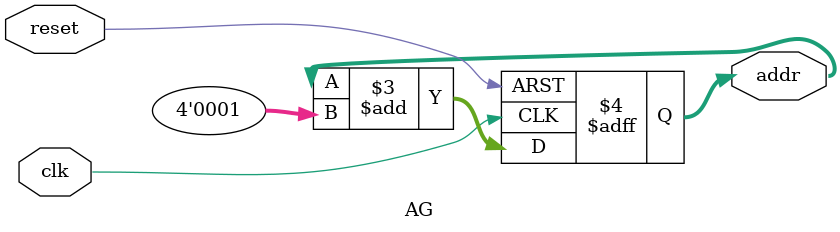
<source format=v>
module AG(clk, reset, addr);
input clk, reset;
output[3:0] addr;
reg[3:0] addr;

always@(posedge clk, negedge reset)
	if (!reset)
		addr <= 4'd0;
	else
		addr <= addr + 4'd1;

endmodule
</source>
